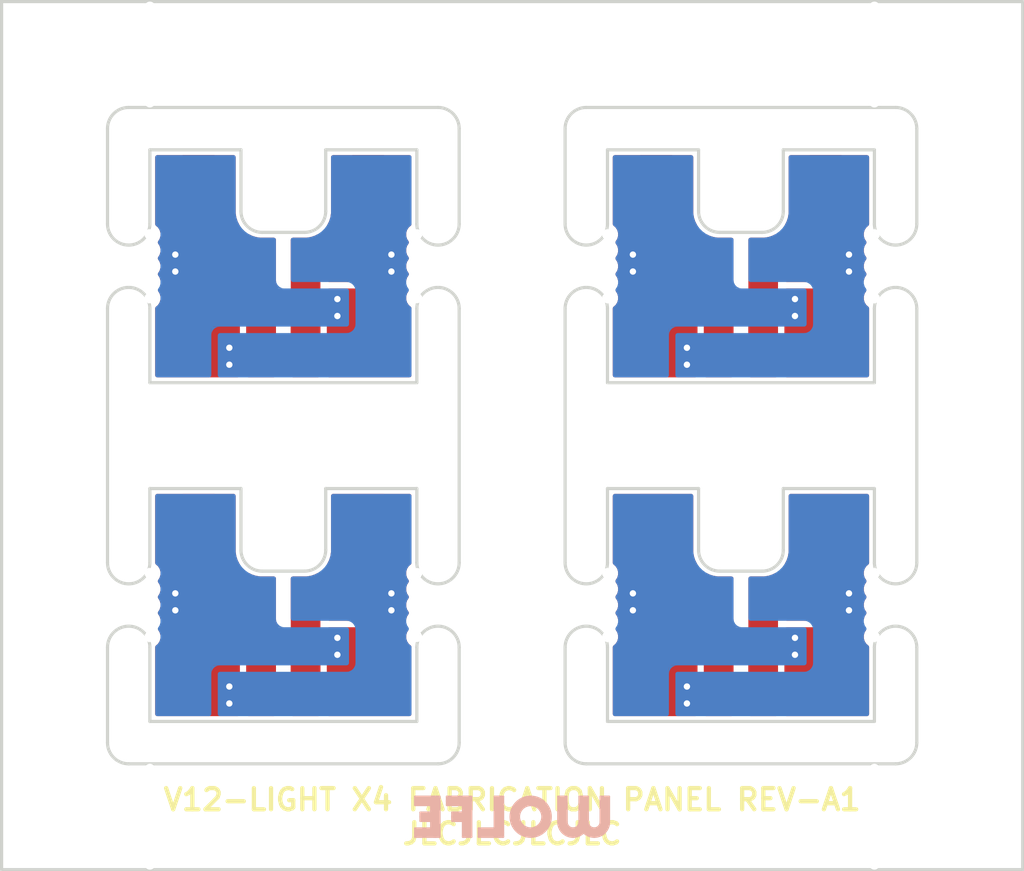
<source format=kicad_pcb>
(kicad_pcb (version 20221018) (generator pcbnew)
  (layers (0 "F.Cu" signal) (31 "B.Cu" signal) (34 "B.Paste" user) (35 "F.Paste" user) (36 "B.SilkS" user "B.Silkscreen") (37 "F.SilkS" user "F.Silkscreen") (38 "B.Mask" user) (39 "F.Mask" user) (44 "Edge.Cuts" user))
  (net 0 "")
  (net 1 "/PIN_A")
  (net 2 "Net-(D1-KA)")
  (net 3 "Net-(D2-AK)")
  (net 4 "/PIN_B")
  (footprint "Slonket_Footprints:R_1206" (layer "F.Cu") (at 145.55 68.35)
    (fp_text reference "R1" hide)
    (fp_text value "470" hide)
    (pad "1" smd rect (at -1.475 0) (size 1.15 1.8) (layers "F.Cu" "F.Paste" "F.Mask") (net 1 "/PIN_A"))
    (pad "2" smd rect (at 1.475 0) (size 1.15 1.8) (layers "F.Cu" "F.Paste" "F.Mask") (net 2 "Net-(D1-KA)"))
  )
  (footprint "Slonket_Footprints:J_Pad_1_Lego" (layer "F.Cu") (at 165.6 65 180)
    (fp_text reference "J1" hide)
    (fp_text value "PIN_A" hide)
    (pad "1" smd roundrect (at 0 0 180) (size 1.5 3.5) (layers "F.Cu" "F.Mask") (chamfer_ratio 0) (chamfer bottom_left bottom_right) (net 1 "/PIN_A"))
  )
  (footprint "Slonket_Mechanical:Mousebites_Tab_2mm_2mm" (layer "F.Cu") (at 162.300035 68.500038 90)
    (fp_text reference "REF**" hide)
    (fp_text value "Mousebites_Tab_2mm_2mm" hide)
    (fp_arc (start -2.000036 -1.000001) (mid -1.000018 -0.000002) (end -2.000036 0.999997) (stroke (width 0.15)) (layer "Edge.Cuts"))
    (fp_arc (start 2 0.999998) (mid 0.999982 0) (end 2 -1) (stroke (width 0.15)) (layer "Edge.Cuts"))
    (pad "" np_thru_hole circle locked (at -1.5 1 270) (size 0.5 0.5) (drill 0.5) (layers "F&B.Cu" "*.Mask"))
    (pad "" np_thru_hole circle locked (at -0.75 0.999998 270) (size 0.5 0.5) (drill 0.5) (layers "F&B.Cu" "*.Mask"))
    (pad "" np_thru_hole circle locked (at -0.000018 0.999998 90) (size 0.5 0.5) (drill 0.5) (layers "F&B.Cu" "*.Mask"))
    (pad "" np_thru_hole circle locked (at 0.75 0.999998 90) (size 0.5 0.5) (drill 0.5) (layers "F&B.Cu" "*.Mask"))
    (pad "" np_thru_hole circle locked (at 1.5 0.999998 90) (size 0.5 0.5) (drill 0.5) (layers "F&B.Cu" "*.Mask"))
  )
  (footprint "Slonket_Mechanical:Mousebites_Tab_2mm_2mm" (layer "F.Cu") (at 140.700036 84.500001 90)
    (fp_text reference "REF**" hide)
    (fp_text value "Mousebites_Tab_2mm_2mm" hide)
    (fp_arc (start -2.000036 -1.000001) (mid -1.000018 -0.000002) (end -2.000036 0.999997) (stroke (width 0.15)) (layer "Edge.Cuts"))
    (fp_arc (start 2 0.999998) (mid 0.999982 0) (end 2 -1) (stroke (width 0.15)) (layer "Edge.Cuts"))
    (pad "" np_thru_hole circle locked (at -1.5 1 270) (size 0.5 0.5) (drill 0.5) (layers "F&B.Cu" "*.Mask"))
    (pad "" np_thru_hole circle locked (at -0.75 0.999998 270) (size 0.5 0.5) (drill 0.5) (layers "F&B.Cu" "*.Mask"))
    (pad "" np_thru_hole circle locked (at -0.000018 0.999998 90) (size 0.5 0.5) (drill 0.5) (layers "F&B.Cu" "*.Mask"))
    (pad "" np_thru_hole circle locked (at 0.75 0.999998 90) (size 0.5 0.5) (drill 0.5) (layers "F&B.Cu" "*.Mask"))
    (pad "" np_thru_hole circle locked (at 1.5 0.999998 90) (size 0.5 0.5) (drill 0.5) (layers "F&B.Cu" "*.Mask"))
  )
  (footprint "Slonket_Footprints:R_1206" (layer "F.Cu") (at 167.15 84.35)
    (fp_text reference "R1" hide)
    (fp_text value "470" hide)
    (pad "1" smd rect (at -1.475 0) (size 1.15 1.8) (layers "F.Cu" "F.Paste" "F.Mask") (net 1 "/PIN_A"))
    (pad "2" smd rect (at 1.475 0) (size 1.15 1.8) (layers "F.Cu" "F.Paste" "F.Mask") (net 2 "Net-(D1-KA)"))
  )
  (footprint "Slonket_Footprints:D_LED_4040" (layer "F.Cu") (at 150.45 71.95 180)
    (fp_text reference "D2" hide)
    (fp_text value "RED-YEL" hide)
    (pad "1" smd rect (at -1.4 0.35 180) (size 1.4 3.7) (layers "F.Cu" "F.Paste" "F.Mask") (net 1 "/PIN_A"))
    (pad "2" smd rect (at 1.4 0.35 180) (size 1.4 3.7) (layers "F.Cu" "F.Paste" "F.Mask") (net 3 "Net-(D2-AK)"))
  )
  (footprint "Slonket_Footprints:R_1206" (layer "F.Cu") (at 150.45 68.35)
    (fp_text reference "R2" hide)
    (fp_text value "470" hide)
    (pad "1" smd rect (at -1.475 0) (size 1.15 1.8) (layers "F.Cu" "F.Paste" "F.Mask") (net 3 "Net-(D2-AK)"))
    (pad "2" smd rect (at 1.475 0) (size 1.15 1.8) (layers "F.Cu" "F.Paste" "F.Mask") (net 4 "/PIN_B"))
  )
  (footprint "Slonket_Footprints:J_Pad_1_Lego" (layer "F.Cu") (at 173.6 81 180)
    (fp_text reference "J2" hide)
    (fp_text value "PIN_B" hide)
    (pad "1" smd roundrect (at 0 0 180) (size 1.5 3.5) (layers "F.Cu" "F.Mask") (chamfer_ratio 0) (chamfer bottom_left bottom_right) (net 4 "/PIN_B"))
  )
  (footprint "Slonket_Mechanical:Mousebites_Break_5mm" (layer "F.Cu") (at 141.7 58.5 90)
    (fp_text reference "REF**" hide)
    (fp_text value "Mousebites_Break_5mm" hide)
    (pad "" np_thru_hole circle locked (at -2.25 0 90) (size 0.5 0.5) (drill 0.5) (layers "F&B.Cu" "*.Mask"))
    (pad "" np_thru_hole circle locked (at -1.5 0 90) (size 0.5 0.5) (drill 0.5) (layers "F&B.Cu" "*.Mask"))
    (pad "" np_thru_hole circle locked (at -0.75 0 90) (size 0.5 0.5) (drill 0.5) (layers "F&B.Cu" "*.Mask"))
    (pad "" np_thru_hole circle locked (at 0 0 90) (size 0.5 0.5) (drill 0.5) (layers "F&B.Cu" "*.Mask"))
    (pad "" np_thru_hole circle locked (at 0.75 0 90) (size 0.5 0.5) (drill 0.5) (layers "F&B.Cu" "*.Mask"))
    (pad "" np_thru_hole circle locked (at 1.5 0 90) (size 0.5 0.5) (drill 0.5) (layers "F&B.Cu" "*.Mask"))
    (pad "" np_thru_hole circle locked (at 2.25 0 90) (size 0.5 0.5) (drill 0.5) (layers "F&B.Cu" "*.Mask"))
  )
  (footprint "Slonket_Mechanical:Mousebites_Break_5mm" (layer "F.Cu") (at 141.7 94.5 90)
    (fp_text reference "REF**" hide)
    (fp_text value "Mousebites_Break_5mm" hide)
    (pad "" np_thru_hole circle locked (at -2.25 0 90) (size 0.5 0.5) (drill 0.5) (layers "F&B.Cu" "*.Mask"))
    (pad "" np_thru_hole circle locked (at -1.5 0 90) (size 0.5 0.5) (drill 0.5) (layers "F&B.Cu" "*.Mask"))
    (pad "" np_thru_hole circle locked (at -0.75 0 90) (size 0.5 0.5) (drill 0.5) (layers "F&B.Cu" "*.Mask"))
    (pad "" np_thru_hole circle locked (at 0 0 90) (size 0.5 0.5) (drill 0.5) (layers "F&B.Cu" "*.Mask"))
    (pad "" np_thru_hole circle locked (at 0.75 0 90) (size 0.5 0.5) (drill 0.5) (layers "F&B.Cu" "*.Mask"))
    (pad "" np_thru_hole circle locked (at 1.5 0 90) (size 0.5 0.5) (drill 0.5) (layers "F&B.Cu" "*.Mask"))
    (pad "" np_thru_hole circle locked (at 2.25 0 90) (size 0.5 0.5) (drill 0.5) (layers "F&B.Cu" "*.Mask"))
  )
  (footprint "Slonket_Mechanical:Mousebites_Break_5mm" (layer "F.Cu") (at 175.9 94.5 90)
    (fp_text reference "REF**" hide)
    (fp_text value "Mousebites_Break_5mm" hide)
    (pad "" np_thru_hole circle locked (at -2.25 0 90) (size 0.5 0.5) (drill 0.5) (layers "F&B.Cu" "*.Mask"))
    (pad "" np_thru_hole circle locked (at -1.5 0 90) (size 0.5 0.5) (drill 0.5) (layers "F&B.Cu" "*.Mask"))
    (pad "" np_thru_hole circle locked (at -0.75 0 90) (size 0.5 0.5) (drill 0.5) (layers "F&B.Cu" "*.Mask"))
    (pad "" np_thru_hole circle locked (at 0 0 90) (size 0.5 0.5) (drill 0.5) (layers "F&B.Cu" "*.Mask"))
    (pad "" np_thru_hole circle locked (at 0.75 0 90) (size 0.5 0.5) (drill 0.5) (layers "F&B.Cu" "*.Mask"))
    (pad "" np_thru_hole circle locked (at 1.5 0 90) (size 0.5 0.5) (drill 0.5) (layers "F&B.Cu" "*.Mask"))
    (pad "" np_thru_hole circle locked (at 2.25 0 90) (size 0.5 0.5) (drill 0.5) (layers "F&B.Cu" "*.Mask"))
  )
  (footprint "Slonket_Footprints:R_1206" (layer "F.Cu") (at 145.55 84.35)
    (fp_text reference "R1" hide)
    (fp_text value "470" hide)
    (pad "1" smd rect (at -1.475 0) (size 1.15 1.8) (layers "F.Cu" "F.Paste" "F.Mask") (net 1 "/PIN_A"))
    (pad "2" smd rect (at 1.475 0) (size 1.15 1.8) (layers "F.Cu" "F.Paste" "F.Mask") (net 2 "Net-(D1-KA)"))
  )
  (footprint "Slonket_Footprints:J_Pad_1_Lego" (layer "F.Cu") (at 173.6 65 180)
    (fp_text reference "J2" hide)
    (fp_text value "PIN_B" hide)
    (pad "1" smd roundrect (at 0 0 180) (size 1.5 3.5) (layers "F.Cu" "F.Mask") (chamfer_ratio 0) (chamfer bottom_left bottom_right) (net 4 "/PIN_B"))
  )
  (footprint "Slonket_Footprints:R_1206" (layer "F.Cu") (at 167.15 68.35)
    (fp_text reference "R1" hide)
    (fp_text value "470" hide)
    (pad "1" smd rect (at -1.475 0) (size 1.15 1.8) (layers "F.Cu" "F.Paste" "F.Mask") (net 1 "/PIN_A"))
    (pad "2" smd rect (at 1.475 0) (size 1.15 1.8) (layers "F.Cu" "F.Paste" "F.Mask") (net 2 "Net-(D1-KA)"))
  )
  (footprint "Slonket_Footprints:D_LED_4040" (layer "F.Cu") (at 145.55 87.95 180)
    (fp_text reference "D1" hide)
    (fp_text value "RED-YEL" hide)
    (pad "1" smd rect (at -1.4 0.35 180) (size 1.4 3.7) (layers "F.Cu" "F.Paste" "F.Mask") (net 2 "Net-(D1-KA)"))
    (pad "2" smd rect (at 1.4 0.35 180) (size 1.4 3.7) (layers "F.Cu" "F.Paste" "F.Mask") (net 4 "/PIN_B"))
  )
  (footprint "Slonket_Mechanical:Mousebites_Tab_2mm_2mm" (layer "F.Cu") (at 155.300036 68.500001 -90)
    (fp_text reference "REF**" hide)
    (fp_text value "Mousebites_Tab_2mm_2mm" hide)
    (fp_arc (start -2.000036 -1.000001) (mid -1.000018 -0.000002) (end -2.000036 0.999997) (stroke (width 0.15)) (layer "Edge.Cuts"))
    (fp_arc (start 2 0.999998) (mid 0.999982 0) (end 2 -1) (stroke (width 0.15)) (layer "Edge.Cuts"))
    (pad "" np_thru_hole circle locked (at -1.5 1 90) (size 0.5 0.5) (drill 0.5) (layers "F&B.Cu" "*.Mask"))
    (pad "" np_thru_hole circle locked (at -0.75 0.999998 90) (size 0.5 0.5) (drill 0.5) (layers "F&B.Cu" "*.Mask"))
    (pad "" np_thru_hole circle locked (at -0.000018 0.999998 270) (size 0.5 0.5) (drill 0.5) (layers "F&B.Cu" "*.Mask"))
    (pad "" np_thru_hole circle locked (at 0.75 0.999998 270) (size 0.5 0.5) (drill 0.5) (layers "F&B.Cu" "*.Mask"))
    (pad "" np_thru_hole circle locked (at 1.5 0.999998 270) (size 0.5 0.5) (drill 0.5) (layers "F&B.Cu" "*.Mask"))
  )
  (footprint "Slonket_Mechanical:Mousebites_Tab_2mm_2mm" (layer "F.Cu") (at 176.900035 68.500038 -90)
    (fp_text reference "REF**" hide)
    (fp_text value "Mousebites_Tab_2mm_2mm" hide)
    (fp_arc (start -2.000036 -1.000001) (mid -1.000018 -0.000002) (end -2.000036 0.999997) (stroke (width 0.15)) (layer "Edge.Cuts"))
    (fp_arc (start 2 0.999998) (mid 0.999982 0) (end 2 -1) (stroke (width 0.15)) (layer "Edge.Cuts"))
    (pad "" np_thru_hole circle locked (at -1.5 1 90) (size 0.5 0.5) (drill 0.5) (layers "F&B.Cu" "*.Mask"))
    (pad "" np_thru_hole circle locked (at -0.75 0.999998 90) (size 0.5 0.5) (drill 0.5) (layers "F&B.Cu" "*.Mask"))
    (pad "" np_thru_hole circle locked (at -0.000018 0.999998 270) (size 0.5 0.5) (drill 0.5) (layers "F&B.Cu" "*.Mask"))
    (pad "" np_thru_hole circle locked (at 0.75 0.999998 270) (size 0.5 0.5) (drill 0.5) (layers "F&B.Cu" "*.Mask"))
    (pad "" np_thru_hole circle locked (at 1.5 0.999998 270) (size 0.5 0.5) (drill 0.5) (layers "F&B.Cu" "*.Mask"))
  )
  (footprint "Slonket_Footprints:D_LED_4040" (layer "F.Cu") (at 150.45 87.95 180)
    (fp_text reference "D2" hide)
    (fp_text value "RED-YEL" hide)
    (pad "1" smd rect (at -1.4 0.35 180) (size 1.4 3.7) (layers "F.Cu" "F.Paste" "F.Mask") (net 1 "/PIN_A"))
    (pad "2" smd rect (at 1.4 0.35 180) (size 1.4 3.7) (layers "F.Cu" "F.Paste" "F.Mask") (net 3 "Net-(D2-AK)"))
  )
  (footprint "Slonket_Footprints:D_LED_4040" (layer "F.Cu") (at 145.55 71.95 180)
    (fp_text reference "D1" hide)
    (fp_text value "RED-YEL" hide)
    (pad "1" smd rect (at -1.4 0.35 180) (size 1.4 3.7) (layers "F.Cu" "F.Paste" "F.Mask") (net 2 "Net-(D1-KA)"))
    (pad "2" smd rect (at 1.4 0.35 180) (size 1.4 3.7) (layers "F.Cu" "F.Paste" "F.Mask") (net 4 "/PIN_B"))
  )
  (footprint "Slonket_Mechanical:Mousebites_Tab_2mm_2mm" (layer "F.Cu") (at 140.700036 68.500001 90)
    (fp_text reference "REF**" hide)
    (fp_text value "Mousebites_Tab_2mm_2mm" hide)
    (fp_arc (start -2.000036 -1.000001) (mid -1.000018 -0.000002) (end -2.000036 0.999997) (stroke (width 0.15)) (layer "Edge.Cuts"))
    (fp_arc (start 2 0.999998) (mid 0.999982 0) (end 2 -1) (stroke (width 0.15)) (layer "Edge.Cuts"))
    (pad "" np_thru_hole circle locked (at -1.5 1 270) (size 0.5 0.5) (drill 0.5) (layers "F&B.Cu" "*.Mask"))
    (pad "" np_thru_hole circle locked (at -0.75 0.999998 270) (size 0.5 0.5) (drill 0.5) (layers "F&B.Cu" "*.Mask"))
    (pad "" np_thru_hole circle locked (at -0.000018 0.999998 90) (size 0.5 0.5) (drill 0.5) (layers "F&B.Cu" "*.Mask"))
    (pad "" np_thru_hole circle locked (at 0.75 0.999998 90) (size 0.5 0.5) (drill 0.5) (layers "F&B.Cu" "*.Mask"))
    (pad "" np_thru_hole circle locked (at 1.5 0.999998 90) (size 0.5 0.5) (drill 0.5) (layers "F&B.Cu" "*.Mask"))
  )
  (footprint "Slonket_Mechanical:JLCPCB_Tooling_Hole" (layer "F.Cu") (at 180.4 94.5)
    (fp_text reference "REF**" hide)
    (fp_text value "JLCPCB_Tooling_Hole" hide)
    (pad "" np_thru_hole circle locked (at 0 0) (size 1.152 1.152) (drill 1.152) (layers "*.Cu" "*.Mask") (clearance 0.248))
  )
  (footprint "Slonket_Mechanical:Mousebites_Tab_2mm_2mm" (layer "F.Cu") (at 155.300036 84.500001 -90)
    (fp_text reference "REF**" hide)
    (fp_text value "Mousebites_Tab_2mm_2mm" hide)
    (fp_arc (start -2.000036 -1.000001) (mid -1.000018 -0.000002) (end -2.000036 0.999997) (stroke (width 0.15)) (layer "Edge.Cuts"))
    (fp_arc (start 2 0.999998) (mid 0.999982 0) (end 2 -1) (stroke (width 0.15)) (layer "Edge.Cuts"))
    (pad "" np_thru_hole circle locked (at -1.5 1 90) (size 0.5 0.5) (drill 0.5) (layers "F&B.Cu" "*.Mask"))
    (pad "" np_thru_hole circle locked (at -0.75 0.999998 90) (size 0.5 0.5) (drill 0.5) (layers "F&B.Cu" "*.Mask"))
    (pad "" np_thru_hole circle locked (at -0.000018 0.999998 270) (size 0.5 0.5) (drill 0.5) (layers "F&B.Cu" "*.Mask"))
    (pad "" np_thru_hole circle locked (at 0.75 0.999998 270) (size 0.5 0.5) (drill 0.5) (layers "F&B.Cu" "*.Mask"))
    (pad "" np_thru_hole circle locked (at 1.5 0.999998 270) (size 0.5 0.5) (drill 0.5) (layers "F&B.Cu" "*.Mask"))
  )
  (footprint "Slonket_Mechanical:JLCPCB_Tooling_Hole" (layer "F.Cu") (at 137.2 94.5)
    (fp_text reference "REF**" hide)
    (fp_text value "JLCPCB_Tooling_Hole" hide)
    (pad "" np_thru_hole circle locked (at 0 0) (size 1.152 1.152) (drill 1.152) (layers "*.Cu" "*.Mask") (clearance 0.248))
  )
  (footprint "Slonket_Footprints:J_Pad_1_Lego" (layer "F.Cu") (at 152 65 180)
    (fp_text reference "J2" hide)
    (fp_text value "PIN_B" hide)
    (pad "1" smd roundrect (at 0 0 180) (size 1.5 3.5) (layers "F.Cu" "F.Mask") (chamfer_ratio 0) (chamfer bottom_left bottom_right) (net 4 "/PIN_B"))
  )
  (footprint "Slonket_Footprints:J_Pad_1_Lego" (layer "F.Cu") (at 144 81 180)
    (fp_text reference "J1" hide)
    (fp_text value "PIN_A" hide)
    (pad "1" smd roundrect (at 0 0 180) (size 1.5 3.5) (layers "F.Cu" "F.Mask") (chamfer_ratio 0) (chamfer bottom_left bottom_right) (net 1 "/PIN_A"))
  )
  (footprint "Slonket_Mechanical:Mousebites_Tab_2mm_2mm" (layer "F.Cu") (at 176.9 84.5 -90)
    (fp_text reference "REF**" hide)
    (fp_text value "Mousebites_Tab_2mm_2mm" hide)
    (fp_arc (start -2.000036 -1.000001) (mid -1.000018 -0.000002) (end -2.000036 0.999997) (stroke (width 0.15)) (layer "Edge.Cuts"))
    (fp_arc (start 2 0.999998) (mid 0.999982 0) (end 2 -1) (stroke (width 0.15)) (layer "Edge.Cuts"))
    (pad "" np_thru_hole circle locked (at -1.5 1 90) (size 0.5 0.5) (drill 0.5) (layers "F&B.Cu" "*.Mask"))
    (pad "" np_thru_hole circle locked (at -0.75 0.999998 90) (size 0.5 0.5) (drill 0.5) (layers "F&B.Cu" "*.Mask"))
    (pad "" np_thru_hole circle locked (at -0.000018 0.999998 270) (size 0.5 0.5) (drill 0.5) (layers "F&B.Cu" "*.Mask"))
    (pad "" np_thru_hole circle locked (at 0.75 0.999998 270) (size 0.5 0.5) (drill 0.5) (layers "F&B.Cu" "*.Mask"))
    (pad "" np_thru_hole circle locked (at 1.5 0.999998 270) (size 0.5 0.5) (drill 0.5) (layers "F&B.Cu" "*.Mask"))
  )
  (footprint "Slonket_Mechanical:Mousebites_Break_5mm" (layer "F.Cu") (at 175.9 58.5 90)
    (fp_text reference "REF**" hide)
    (fp_text value "Mousebites_Break_5mm" hide)
    (pad "" np_thru_hole circle locked (at -2.25 0 90) (size 0.5 0.5) (drill 0.5) (layers "F&B.Cu" "*.Mask"))
    (pad "" np_thru_hole circle locked (at -1.5 0 90) (size 0.5 0.5) (drill 0.5) (layers "F&B.Cu" "*.Mask"))
    (pad "" np_thru_hole circle locked (at -0.75 0 90) (size 0.5 0.5) (drill 0.5) (layers "F&B.Cu" "*.Mask"))
    (pad "" np_thru_hole circle locked (at 0 0 90) (size 0.5 0.5) (drill 0.5) (layers "F&B.Cu" "*.Mask"))
    (pad "" np_thru_hole circle locked (at 0.75 0 90) (size 0.5 0.5) (drill 0.5) (layers "F&B.Cu" "*.Mask"))
    (pad "" np_thru_hole circle locked (at 1.5 0 90) (size 0.5 0.5) (drill 0.5) (layers "F&B.Cu" "*.Mask"))
    (pad "" np_thru_hole circle locked (at 2.25 0 90) (size 0.5 0.5) (drill 0.5) (layers "F&B.Cu" "*.Mask"))
  )
  (footprint "Slonket_Footprints:D_LED_4040" (layer "F.Cu") (at 172.05 87.95 180)
    (fp_text reference "D2" hide)
    (fp_text value "RED-YEL" hide)
    (pad "1" smd rect (at -1.4 0.35 180) (size 1.4 3.7) (layers "F.Cu" "F.Paste" "F.Mask") (net 1 "/PIN_A"))
    (pad "2" smd rect (at 1.4 0.35 180) (size 1.4 3.7) (layers "F.Cu" "F.Paste" "F.Mask") (net 3 "Net-(D2-AK)"))
  )
  (footprint "Slonket_Footprints:J_Pad_1_Lego" (layer "F.Cu") (at 152 81 180)
    (fp_text reference "J2" hide)
    (fp_text value "PIN_B" hide)
    (pad "1" smd roundrect (at 0 0 180) (size 1.5 3.5) (layers "F.Cu" "F.Mask") (chamfer_ratio 0) (chamfer bottom_left bottom_right) (net 4 "/PIN_B"))
  )
  (footprint "Slonket_Mechanical:JLCPCB_Tooling_Hole" (layer "F.Cu") (at 158.8 58.5)
    (fp_text reference "REF**" hide)
    (fp_text value "JLCPCB_Tooling_Hole" hide)
    (pad "" np_thru_hole circle locked (at 0 0) (size 1.152 1.152) (drill 1.152) (layers "*.Cu" "*.Mask") (clearance 0.248))
  )
  (footprint "Slonket_Footprints:D_LED_4040" (layer "F.Cu") (at 167.15 71.95 180)
    (fp_text reference "D1" hide)
    (fp_text value "RED-YEL" hide)
    (pad "1" smd rect (at -1.4 0.35 180) (size 1.4 3.7) (layers "F.Cu" "F.Paste" "F.Mask") (net 2 "Net-(D1-KA)"))
    (pad "2" smd rect (at 1.4 0.35 180) (size 1.4 3.7) (layers "F.Cu" "F.Paste" "F.Mask") (net 4 "/PIN_B"))
  )
  (footprint "Slonket_Footprints:J_Pad_1_Lego" (layer "F.Cu") (at 144 65 180)
    (fp_text reference "J1" hide)
    (fp_text value "PIN_A" hide)
    (pad "1" smd roundrect (at 0 0 180) (size 1.5 3.5) (layers "F.Cu" "F.Mask") (chamfer_ratio 0) (chamfer bottom_left bottom_right) (net 1 "/PIN_A"))
  )
  (footprint "Slonket_Footprints:R_1206" (layer "F.Cu") (at 172.05 68.35)
    (fp_text reference "R2" hide)
    (fp_text value "470" hide)
    (pad "1" smd rect (at -1.475 0) (size 1.15 1.8) (layers "F.Cu" "F.Paste" "F.Mask") (net 3 "Net-(D2-AK)"))
    (pad "2" smd rect (at 1.475 0) (size 1.15 1.8) (layers "F.Cu" "F.Paste" "F.Mask") (net 4 "/PIN_B"))
  )
  (footprint "Slonket_Footprints:J_Pad_1_Lego" (layer "F.Cu") (at 165.6 81 180)
    (fp_text reference "J1" hide)
    (fp_text value "PIN_A" hide)
    (pad "1" smd roundrect (at 0 0 180) (size 1.5 3.5) (layers "F.Cu" "F.Mask") (chamfer_ratio 0) (chamfer bottom_left bottom_right) (net 1 "/PIN_A"))
  )
  (footprint "Slonket_Footprints:D_LED_4040" (layer "F.Cu") (at 167.15 87.95 180)
    (fp_text reference "D1" hide)
    (fp_text value "RED-YEL" hide)
    (pad "1" smd rect (at -1.4 0.35 180) (size 1.4 3.7) (layers "F.Cu" "F.Paste" "F.Mask") (net 2 "Net-(D1-KA)"))
    (pad "2" smd rect (at 1.4 0.35 180) (size 1.4 3.7) (layers "F.Cu" "F.Paste" "F.Mask") (net 4 "/PIN_B"))
  )
  (footprint "Slonket_Footprints:R_1206" (layer "F.Cu") (at 172.05 84.35)
    (fp_text reference "R2" hide)
    (fp_text value "470" hide)
    (pad "1" smd rect (at -1.475 0) (size 1.15 1.8) (layers "F.Cu" "F.Paste" "F.Mask") (net 3 "Net-(D2-AK)"))
    (pad "2" smd rect (at 1.475 0) (size 1.15 1.8) (layers "F.Cu" "F.Paste" "F.Mask") (net 4 "/PIN_B"))
  )
  (footprint "Slonket_Footprints:R_1206" (layer "F.Cu") (at 150.45 84.35)
    (fp_text reference "R2" hide)
    (fp_text value "470" hide)
    (pad "1" smd rect (at -1.475 0) (size 1.15 1.8) (layers "F.Cu" "F.Paste" "F.Mask") (net 3 "Net-(D2-AK)"))
    (pad "2" smd rect (at 1.475 0) (size 1.15 1.8) (layers "F.Cu" "F.Paste" "F.Mask") (net 4 "/PIN_B"))
  )
  (footprint "Slonket_Mechanical:Mousebites_Tab_2mm_2mm" (layer "F.Cu") (at 162.3 84.5 90)
    (fp_text reference "REF**" hide)
    (fp_text value "Mousebites_Tab_2mm_2mm" hide)
    (fp_arc (start -2.000036 -1.000001) (mid -1.000018 -0.000002) (end -2.000036 0.999997) (stroke (width 0.15)) (layer "Edge.Cuts"))
    (fp_arc (start 2 0.999998) (mid 0.999982 0) (end 2 -1) (stroke (width 0.15)) (layer "Edge.Cuts"))
    (pad "" np_thru_hole circle locked (at -1.5 1 270) (size 0.5 0.5) (drill 0.5) (layers "F&B.Cu" "*.Mask"))
    (pad "" np_thru_hole circle locked (at -0.75 0.999998 270) (size 0.5 0.5) (drill 0.5) (layers "F&B.Cu" "*.Mask"))
    (pad "" np_thru_hole circle locked (at -0.000018 0.999998 90) (size 0.5 0.5) (drill 0.5) (layers "F&B.Cu" "*.Mask"))
    (pad "" np_thru_hole circle locked (at 0.75 0.999998 90) (size 0.5 0.5) (drill 0.5) (layers "F&B.Cu" "*.Mask"))
    (pad "" np_thru_hole circle locked (at 1.5 0.999998 90) (size 0.5 0.5) (drill 0.5) (layers "F&B.Cu" "*.Mask"))
  )
  (footprint "Slonket_Footprints:D_LED_4040" (layer "F.Cu") (at 172.05 71.95 180)
    (fp_text reference "D2" hide)
    (fp_text value "RED-YEL" hide)
    (pad "1" smd rect (at -1.4 0.35 180) (size 1.4 3.7) (layers "F.Cu" "F.Paste" "F.Mask") (net 1 "/PIN_A"))
    (pad "2" smd rect (at 1.4 0.35 180) (size 1.4 3.7) (layers "F.Cu" "F.Paste" "F.Mask") (net 3 "Net-(D2-AK)"))
  )
  (footprint "Slonket_Footprints:Logo_WOLFE_2mm" (layer "B.Cu") (at 158.8 94.5 180)
    (fp_text reference "REF**" hide)
    (fp_text value "Logo_WOLFE_2mm" hide)
  )
  (gr_line locked (start 171.600035 65.900038) (end 171.600035 63.000038) (stroke (width 0.15)) (layer "Edge.Cuts"))
  (gr_arc locked (start 176.900035 61.000038) (mid 177.607142 61.292931) (end 177.900035 62.000038) (stroke (width 0.15)) (layer "Edge.Cuts"))
  (gr_line locked (start 163.300035 74.000038) (end 163.300032 70.500074) (stroke (width 0.15)) (layer "Edge.Cuts"))
  (gr_line locked (start 154.300036 63.000001) (end 150.000036 63.000001) (stroke (width 0.15)) (layer "Edge.Cuts"))
  (gr_line locked (start 141.700036 63.000001) (end 146.000036 63.000001) (stroke (width 0.15)) (layer "Edge.Cuts"))
  (gr_line locked (start 139.700036 66.500001) (end 139.700036 62.000001) (stroke (width 0.15)) (layer "Edge.Cuts"))
  (gr_line locked (start 161.299999 86.500036) (end 161.3 91) (stroke (width 0.15)) (layer "Edge.Cuts"))
  (gr_line locked (start 139.700035 86.500037) (end 139.700036 91.000001) (stroke (width 0.15)) (layer "Edge.Cuts"))
  (gr_line locked (start 156.300037 66.499965) (end 156.300036 62.000001) (stroke (width 0.15)) (layer "Edge.Cuts"))
  (gr_line locked (start 161.300035 66.500038) (end 161.300035 62.000038) (stroke (width 0.15)) (layer "Edge.Cuts"))
  (gr_line locked (start 163.300035 74.000038) (end 175.900035 74.000038) (stroke (width 0.15)) (layer "Edge.Cuts"))
  (gr_line locked (start 163.300035 63.000038) (end 163.300033 66.500038) (stroke (width 0.15)) (layer "Edge.Cuts"))
  (gr_line locked (start 146.000036 79.000001) (end 146.000036 81.900001) (stroke (width 0.15)) (layer "Edge.Cuts"))
  (gr_line locked (start 162.300035 61.000038) (end 176.900035 61.000038) (stroke (width 0.15)) (layer "Edge.Cuts"))
  (gr_line locked (start 175.9 90) (end 175.900002 86.5) (stroke (width 0.15)) (layer "Edge.Cuts"))
  (gr_line locked (start 156.300036 86.500001) (end 156.300036 91.000002) (stroke (width 0.15)) (layer "Edge.Cuts"))
  (gr_line locked (start 175.900035 74.000038) (end 175.900037 70.500038) (stroke (width 0.15)) (layer "Edge.Cuts"))
  (gr_line locked (start 139.700035 70.500037) (end 139.700036 82.500001) (stroke (width 0.15)) (layer "Edge.Cuts"))
  (gr_line locked (start 154.300039 66.499965) (end 154.300036 63.000001) (stroke (width 0.15)) (layer "Edge.Cuts"))
  (gr_line locked (start 141.700036 63.000001) (end 141.700034 66.500001) (stroke (width 0.15)) (layer "Edge.Cuts"))
  (gr_line locked (start 167.600035 63.000038) (end 167.600035 65.900038) (stroke (width 0.15)) (layer "Edge.Cuts"))
  (gr_line locked (start 154.300039 82.499965) (end 154.300036 79.000001) (stroke (width 0.15)) (layer "Edge.Cuts"))
  (gr_line locked (start 168.6 82.9) (end 170.6 82.9) (stroke (width 0.15)) (layer "Edge.Cuts"))
  (gr_arc locked (start 171.600035 65.900038) (mid 171.307142 66.607144) (end 170.600035 66.900038) (stroke (width 0.15)) (layer "Edge.Cuts"))
  (gr_line locked (start 150.000036 81.900001) (end 150.000036 79.000001) (stroke (width 0.15)) (layer "Edge.Cuts"))
  (gr_line locked (start 163.3 90) (end 163.299997 86.500036) (stroke (width 0.15)) (layer "Edge.Cuts"))
  (gr_line locked (start 175.900035 63.000038) (end 171.600035 63.000038) (stroke (width 0.15)) (layer "Edge.Cuts"))
  (gr_line locked (start 163.3 79) (end 167.6 79) (stroke (width 0.15)) (layer "Edge.Cuts"))
  (gr_line locked (start 176.9 92) (end 162.3 92) (stroke (width 0.15)) (layer "Edge.Cuts"))
  (gr_arc locked (start 140.700036 92.000001) (mid 139.992929 91.707108) (end 139.700036 91.000001) (stroke (width 0.15)) (layer "Edge.Cuts"))
  (gr_line locked (start 141.700036 74.000001) (end 154.300036 74.000001) (stroke (width 0.15)) (layer "Edge.Cuts"))
  (gr_line locked (start 141.700036 74.000001) (end 141.700033 70.500037) (stroke (width 0.15)) (layer "Edge.Cuts"))
  (gr_arc locked (start 168.600035 66.900038) (mid 167.892929 66.607145) (end 167.600035 65.900038) (stroke (width 0.15)) (layer "Edge.Cuts"))
  (gr_line locked (start 168.600035 66.900038) (end 170.600035 66.900038) (stroke (width 0.15)) (layer "Edge.Cuts"))
  (gr_arc locked (start 156.300036 91.000002) (mid 156.007142 91.707108) (end 155.300036 92.000001) (stroke (width 0.15)) (layer "Edge.Cuts"))
  (gr_arc locked (start 168.6 82.9) (mid 167.892894 82.607107) (end 167.6 81.9) (stroke (width 0.15)) (layer "Edge.Cuts"))
  (gr_arc locked (start 161.300035 62.000038) (mid 161.592928 61.292931) (end 162.300035 61.000038) (stroke (width 0.15)) (layer "Edge.Cuts"))
  (gr_line locked (start 175.900038 66.500002) (end 175.900035 63.000038) (stroke (width 0.15)) (layer "Edge.Cuts"))
  (gr_arc locked (start 147.000036 82.900001) (mid 146.29293 82.607108) (end 146.000036 81.900001) (stroke (width 0.15)) (layer "Edge.Cuts"))
  (gr_line locked (start 155.300036 92.000001) (end 140.700036 92.000001) (stroke (width 0.15)) (layer "Edge.Cuts"))
  (gr_arc locked (start 171.6 81.9) (mid 171.307107 82.607106) (end 170.6 82.9) (stroke (width 0.15)) (layer "Edge.Cuts"))
  (gr_line locked (start 154.300036 90.000001) (end 154.300038 86.500001) (stroke (width 0.15)) (layer "Edge.Cuts"))
  (gr_line locked (start 177.900036 66.500002) (end 177.900035 62.000038) (stroke (width 0.15)) (layer "Edge.Cuts"))
  (gr_line locked (start 177.900035 70.500038) (end 177.900001 82.499964) (stroke (width 0.15)) (layer "Edge.Cuts"))
  (gr_line locked (start 163.3 90) (end 175.9 90) (stroke (width 0.15)) (layer "Edge.Cuts"))
  (gr_line locked (start 175.900003 82.499964) (end 175.9 79) (stroke (width 0.15)) (layer "Edge.Cuts"))
  (gr_line locked (start 154.300036 79.000001) (end 150.000036 79.000001) (stroke (width 0.15)) (layer "Edge.Cuts"))
  (gr_arc locked (start 155.300036 61.000001) (mid 156.007143 61.292894) (end 156.300036 62.000001) (stroke (width 0.15)) (layer "Edge.Cuts"))
  (gr_line locked (start 161.3 82.5) (end 161.300034 70.500074) (stroke (width 0.15)) (layer "Edge.Cuts"))
  (gr_arc locked (start 177.9 91.000001) (mid 177.607106 91.707107) (end 176.9 92) (stroke (width 0.15)) (layer "Edge.Cuts"))
  (gr_line locked (start 156.300036 70.500001) (end 156.300037 82.499965) (stroke (width 0.15)) (layer "Edge.Cuts"))
  (gr_line locked (start 171.6 81.9) (end 171.6 79) (stroke (width 0.15)) (layer "Edge.Cuts"))
  (gr_rect locked (start 134.7 56) (end 182.9 97) (stroke (width 0.15)) (fill none) (layer "Edge.Cuts"))
  (gr_line locked (start 177.9 86.5) (end 177.9 91.000001) (stroke (width 0.15)) (layer "Edge.Cuts"))
  (gr_arc locked (start 139.700036 62.000001) (mid 139.992929 61.292894) (end 140.700036 61.000001) (stroke (width 0.15)) (layer "Edge.Cuts"))
  (gr_arc locked (start 147.000036 66.900001) (mid 146.29293 66.607108) (end 146.000036 65.900001) (stroke (width 0.15)) (layer "Edge.Cuts"))
  (gr_line locked (start 140.700036 61.000001) (end 155.300036 61.000001) (stroke (width 0.15)) (layer "Edge.Cuts"))
  (gr_line locked (start 147.000036 66.900001) (end 149.000036 66.900001) (stroke (width 0.15)) (layer "Edge.Cuts"))
  (gr_line locked (start 141.700036 79.000001) (end 141.700034 82.500001) (stroke (width 0.15)) (layer "Edge.Cuts"))
  (gr_line locked (start 163.300035 63.000038) (end 167.600035 63.000038) (stroke (width 0.15)) (layer "Edge.Cuts"))
  (gr_arc locked (start 162.3 92) (mid 161.592893 91.707107) (end 161.3 91) (stroke (width 0.15)) (layer "Edge.Cuts"))
  (gr_line locked (start 154.300036 74.000001) (end 154.300038 70.500001) (stroke (width 0.15)) (layer "Edge.Cuts"))
  (gr_line locked (start 141.700036 79.000001) (end 146.000036 79.000001) (stroke (width 0.15)) (layer "Edge.Cuts"))
  (gr_line locked (start 150.000036 65.900001) (end 150.000036 63.000001) (stroke (width 0.15)) (layer "Edge.Cuts"))
  (gr_line locked (start 141.700036 90.000001) (end 141.700033 86.500037) (stroke (width 0.15)) (layer "Edge.Cuts"))
  (gr_line locked (start 147.000036 82.900001) (end 149.000036 82.900001) (stroke (width 0.15)) (layer "Edge.Cuts"))
  (gr_line locked (start 163.3 79) (end 163.299998 82.5) (stroke (width 0.15)) (layer "Edge.Cuts"))
  (gr_line locked (start 167.6 79) (end 167.6 81.9) (stroke (width 0.15)) (layer "Edge.Cuts"))
  (gr_arc locked (start 150.000036 81.900001) (mid 149.707143 82.607107) (end 149.000036 82.900001) (stroke (width 0.15)) (layer "Edge.Cuts"))
  (gr_line locked (start 175.9 79) (end 171.6 79) (stroke (width 0.15)) (layer "Edge.Cuts"))
  (gr_line locked (start 141.700036 90.000001) (end 154.300036 90.000001) (stroke (width 0.15)) (layer "Edge.Cuts"))
  (gr_arc locked (start 150.000036 65.900001) (mid 149.707143 66.607107) (end 149.000036 66.900001) (stroke (width 0.15)) (layer "Edge.Cuts"))
  (gr_line locked (start 146.000036 63.000001) (end 146.000036 65.900001) (stroke (width 0.15)) (layer "Edge.Cuts"))
  (gr_text locked "V12-LIGHT X4 FABRICATION PANEL REV-A1\nJLCJLCJLCJLC" (at 158.8 94.5) (layer "F.SilkS") (effects (font (size 1 1) (thickness 0.2))))
  (via (at 142.9 68.75) (size 0.6) (drill 0.3) (layers "F.Cu" "B.Cu") (net 1))
  (via (at 164.5 84.75) (size 0.6) (drill 0.3) (layers "F.Cu" "B.Cu") (net 1))
  (via (at 142.9 84.75) (size 0.6) (drill 0.3) (layers "F.Cu" "B.Cu") (net 1))
  (via (at 172.15 86.05) (size 0.6) (drill 0.3) (layers "F.Cu" "B.Cu") (net 1))
  (via (at 164.5 68.75) (size 0.6) (drill 0.3) (layers "F.Cu" "B.Cu") (net 1))
  (via (at 142.9 83.95) (size 0.6) (drill 0.3) (layers "F.Cu" "B.Cu") (net 1))
  (via (at 142.9 67.95) (size 0.6) (drill 0.3) (layers "F.Cu" "B.Cu") (net 1))
  (via (at 172.15 70.05) (size 0.6) (drill 0.3) (layers "F.Cu" "B.Cu") (net 1))
  (via (at 150.55 70.05) (size 0.6) (drill 0.3) (layers "F.Cu" "B.Cu") (net 1))
  (via (at 172.15 86.85) (size 0.6) (drill 0.3) (layers "F.Cu" "B.Cu") (net 1))
  (via (at 150.55 86.85) (size 0.6) (drill 0.3) (layers "F.Cu" "B.Cu") (net 1))
  (via (at 150.55 86.05) (size 0.6) (drill 0.3) (layers "F.Cu" "B.Cu") (net 1))
  (via (at 164.5 67.95) (size 0.6) (drill 0.3) (layers "F.Cu" "B.Cu") (net 1))
  (via (at 150.55 70.85) (size 0.6) (drill 0.3) (layers "F.Cu" "B.Cu") (net 1))
  (via (at 172.15 70.85) (size 0.6) (drill 0.3) (layers "F.Cu" "B.Cu") (net 1))
  (via (at 164.5 83.95) (size 0.6) (drill 0.3) (layers "F.Cu" "B.Cu") (net 1))
  (via (at 167.05 88.35) (size 0.6) (drill 0.3) (layers "F.Cu" "B.Cu") (net 4))
  (via (at 153.1 83.95) (size 0.6) (drill 0.3) (layers "F.Cu" "B.Cu") (net 4))
  (via (at 145.45 89.15) (size 0.6) (drill 0.3) (layers "F.Cu" "B.Cu") (net 4))
  (via (at 174.7 83.95) (size 0.6) (drill 0.3) (layers "F.Cu" "B.Cu") (net 4))
  (via (at 167.05 72.35) (size 0.6) (drill 0.3) (layers "F.Cu" "B.Cu") (net 4))
  (via (at 153.1 68.75) (size 0.6) (drill 0.3) (layers "F.Cu" "B.Cu") (net 4))
  (via (at 145.45 73.15) (size 0.6) (drill 0.3) (layers "F.Cu" "B.Cu") (net 4))
  (via (at 174.7 84.75) (size 0.6) (drill 0.3) (layers "F.Cu" "B.Cu") (net 4))
  (via (at 145.45 88.35) (size 0.6) (drill 0.3) (layers "F.Cu" "B.Cu") (net 4))
  (via (at 174.7 67.95) (size 0.6) (drill 0.3) (layers "F.Cu" "B.Cu") (net 4))
  (via (at 153.1 67.95) (size 0.6) (drill 0.3) (layers "F.Cu" "B.Cu") (net 4))
  (via (at 174.7 68.75) (size 0.6) (drill 0.3) (layers "F.Cu" "B.Cu") (net 4))
  (via (at 145.45 72.35) (size 0.6) (drill 0.3) (layers "F.Cu" "B.Cu") (net 4))
  (via (at 167.05 89.15) (size 0.6) (drill 0.3) (layers "F.Cu" "B.Cu") (net 4))
  (via (at 167.05 73.15) (size 0.6) (drill 0.3) (layers "F.Cu" "B.Cu") (net 4))
  (via (at 153.1 84.75) (size 0.6) (drill 0.3) (layers "F.Cu" "B.Cu") (net 4))
  (zone (net 3) (net_name "Net-(D2-AK)") (layer "F.Cu") (priority 2) (connect_pads yes (clearance 0.2)) (min_thickness 0.2) (fill yes (thermal_gap 0.5) (thermal_bridge_width 0.5) (smoothing fillet) (radius 0.1))
    (polygon (pts (xy 148.35 74) (xy 148.35 66.9) (xy 149.75 66.9) (xy 149.75 74)))
  )
  (zone (net 4) (net_name "/PIN_B") (layer "F.Cu") (priority 2) (connect_pads yes (clearance 0.2)) (min_thickness 0.2) (fill yes (thermal_gap 0.5) (thermal_bridge_width 0.5) (smoothing fillet) (radius 0.1))
    (polygon (pts (xy 141.7 74) (xy 145.95 74) (xy 145.95 69.55) (xy 141.7 69.55)))
  )
  (zone (net 1) (net_name "/PIN_A") (layer "F.Cu") (priority 2) (connect_pads yes (clearance 0.2)) (min_thickness 0.2) (fill yes (thermal_gap 0.5) (thermal_bridge_width 0.5) (smoothing fillet) (radius 0.1))
    (polygon (pts (xy 150.05 90) (xy 154.3 90) (xy 154.3 85.55) (xy 150.05 85.55)))
  )
  (zone (net 2) (net_name "Net-(D1-KA)") (layer "F.Cu") (priority 2) (connect_pads yes (clearance 0.2)) (min_thickness 0.2) (fill yes (thermal_gap 0.5) (thermal_bridge_width 0.5) (smoothing fillet) (radius 0.1))
    (polygon (pts (xy 169.25 74) (xy 169.25 66.9) (xy 167.85 66.9) (xy 167.85 69.55) (xy 167.85 74)))
  )
  (zone (net 1) (net_name "/PIN_A") (layer "F.Cu") (priority 1) (connect_pads yes (clearance 0.2)) (min_thickness 0.2) (fill yes (thermal_gap 0.5) (thermal_bridge_width 0.5) (smoothing fillet) (radius 0.1))
    (polygon (pts (xy 163.3 63) (xy 167.6 63) (xy 167.6 65.9) (xy 168.6 66.9) (xy 169.25 66.9) (xy 169.25 69.25) (xy 163.3 69.25)))
  )
  (zone (net 1) (net_name "/PIN_A") (layer "F.Cu") (priority 2) (connect_pads yes (clearance 0.2)) (min_thickness 0.2) (fill yes (thermal_gap 0.5) (thermal_bridge_width 0.5) (smoothing fillet) (radius 0.1))
    (polygon (pts (xy 171.65 90) (xy 175.9 90) (xy 175.9 85.55) (xy 171.65 85.55)))
  )
  (zone (net 0) (net_name "") (layer "F.Cu") (connect_pads yes (clearance 0)) (min_thickness 0.2)
    (keepout (tracks allowed) (vias allowed) (pads allowed) (copperpour not_allowed) (footprints allowed))
    (fill (thermal_gap 0.5) (thermal_bridge_width 0.5))
    (polygon (pts (xy 145.95 85.55) (xy 146.25 85.55) (xy 146.25 82.45) (xy 145.95 82.45)))
  )
  (zone (net 2) (net_name "Net-(D1-KA)") (layer "F.Cu") (priority 2) (connect_pads yes (clearance 0.2)) (min_thickness 0.2) (fill yes (thermal_gap 0.5) (thermal_bridge_width 0.5) (smoothing fillet) (radius 0.1))
    (polygon (pts (xy 147.65 90) (xy 147.65 82.9) (xy 146.25 82.9) (xy 146.25 85.55) (xy 146.25 90)))
  )
  (zone (net 0) (net_name "") (layer "F.Cu") (connect_pads yes (clearance 0)) (min_thickness 0.2)
    (keepout (tracks allowed) (vias allowed) (pads allowed) (copperpour not_allowed) (footprints allowed))
    (fill (thermal_gap 0.5) (thermal_bridge_width 0.5))
    (polygon (pts (xy 167.55 85.55) (xy 167.85 85.55) (xy 167.85 82.45) (xy 167.55 82.45)))
  )
  (zone (net 4) (net_name "/PIN_B") (layer "F.Cu") (priority 1) (connect_pads yes (clearance 0.2)) (min_thickness 0.2) (fill yes (thermal_gap 0.5) (thermal_bridge_width 0.5) (smoothing fillet) (radius 0.1))
    (polygon (pts (xy 175.9 79) (xy 171.6 79) (xy 171.6 81.9) (xy 170.6 82.9) (xy 169.95 82.9) (xy 169.95 85.25) (xy 175.9 85.25)))
  )
  (zone (net 4) (net_name "/PIN_B") (layer "F.Cu") (priority 1) (connect_pads yes (clearance 0.2)) (min_thickness 0.2) (fill yes (thermal_gap 0.5) (thermal_bridge_width 0.5) (smoothing fillet) (radius 0.1))
    (polygon (pts (xy 154.3 79) (xy 150 79) (xy 150 81.9) (xy 149 82.9) (xy 148.35 82.9) (xy 148.35 85.25) (xy 154.3 85.25)))
  )
  (zone (net 0) (net_name "") (layer "F.Cu") (connect_pads yes (clearance 0)) (min_thickness 0.2)
    (keepout (tracks allowed) (vias allowed) (pads allowed) (copperpour not_allowed) (footprints allowed))
    (fill (thermal_gap 0.5) (thermal_bridge_width 0.5))
    (polygon (pts (xy 145.95 69.55) (xy 146.25 69.55) (xy 146.25 66.45) (xy 145.95 66.45)))
  )
  (zone (net 1) (net_name "/PIN_A") (layer "F.Cu") (priority 2) (connect_pads yes (clearance 0.2)) (min_thickness 0.2) (fill yes (thermal_gap 0.5) (thermal_bridge_width 0.5) (smoothing fillet) (radius 0.1))
    (polygon (pts (xy 150.05 74) (xy 154.3 74) (xy 154.3 69.55) (xy 150.05 69.55)))
  )
  (zone (net 1) (net_name "/PIN_A") (layer "F.Cu") (priority 1) (connect_pads yes (clearance 0.2)) (min_thickness 0.2) (fill yes (thermal_gap 0.5) (thermal_bridge_width 0.5) (smoothing fillet) (radius 0.1))
    (polygon (pts (xy 141.7 63) (xy 146 63) (xy 146 65.9) (xy 147 66.9) (xy 147.65 66.9) (xy 147.65 69.25) (xy 141.7 69.25)))
  )
  (zone (net 1) (net_name "/PIN_A") (layer "F.Cu") (priority 1) (connect_pads yes (clearance 0.2)) (min_thickness 0.2) (fill yes (thermal_gap 0.5) (thermal_bridge_width 0.5) (smoothing fillet) (radius 0.1))
    (polygon (pts (xy 163.3 79) (xy 167.6 79) (xy 167.6 81.9) (xy 168.6 82.9) (xy 169.25 82.9) (xy 169.25 85.25) (xy 163.3 85.25)))
  )
  (zone (net 1) (net_name "/PIN_A") (layer "F.Cu") (priority 2) (connect_pads yes (clearance 0.2)) (min_thickness 0.2) (fill yes (thermal_gap 0.5) (thermal_bridge_width 0.5) (smoothing fillet) (radius 0.1))
    (polygon (pts (xy 171.65 74) (xy 175.9 74) (xy 175.9 69.55) (xy 171.65 69.55)))
  )
  (zone (net 4) (net_name "/PIN_B") (layer "F.Cu") (priority 2) (connect_pads yes (clearance 0.2)) (min_thickness 0.2) (fill yes (thermal_gap 0.5) (thermal_bridge_width 0.5) (smoothing fillet) (radius 0.1))
    (polygon (pts (xy 163.3 90) (xy 167.55 90) (xy 167.55 85.55) (xy 163.3 85.55)))
  )
  (zone (net 0) (net_name "") (layer "F.Cu") (connect_pads yes (clearance 0)) (min_thickness 0.2)
    (keepout (tracks allowed) (vias allowed) (pads allowed) (copperpour not_allowed) (footprints allowed))
    (fill (thermal_gap 0.5) (thermal_bridge_width 0.5))
    (polygon (pts (xy 149.75 85.55) (xy 150.05 85.55) (xy 150.05 82.45) (xy 149.75 82.45)))
  )
  (zone (net 0) (net_name "") (layer "F.Cu") (connect_pads yes (clearance 0)) (min_thickness 0.2)
    (keepout (tracks allowed) (vias allowed) (pads allowed) (copperpour not_allowed) (footprints allowed))
    (fill (thermal_gap 0.5) (thermal_bridge_width 0.5))
    (polygon (pts (xy 171.35 69.55) (xy 171.65 69.55) (xy 171.65 66.45) (xy 171.35 66.45)))
  )
  (zone (net 2) (net_name "Net-(D1-KA)") (layer "F.Cu") (priority 2) (connect_pads yes (clearance 0.2)) (min_thickness 0.2) (fill yes (thermal_gap 0.5) (thermal_bridge_width 0.5) (smoothing fillet) (radius 0.1))
    (polygon (pts (xy 169.25 90) (xy 169.25 82.9) (xy 167.85 82.9) (xy 167.85 85.55) (xy 167.85 90)))
  )
  (zone (net 4) (net_name "/PIN_B") (layer "F.Cu") (priority 2) (connect_pads yes (clearance 0.2)) (min_thickness 0.2) (fill yes (thermal_gap 0.5) (thermal_bridge_width 0.5) (smoothing fillet) (radius 0.1))
    (polygon (pts (xy 163.3 74) (xy 167.55 74) (xy 167.55 69.55) (xy 163.3 69.55)))
  )
  (zone (net 2) (net_name "Net-(D1-KA)") (layer "F.Cu") (priority 2) (connect_pads yes (clearance 0.2)) (min_thickness 0.2) (fill yes (thermal_gap 0.5) (thermal_bridge_width 0.5) (smoothing fillet) (radius 0.1))
    (polygon (pts (xy 147.65 74) (xy 147.65 66.9) (xy 146.25 66.9) (xy 146.25 69.55) (xy 146.25 74)))
  )
  (zone (net 0) (net_name "") (layer "F.Cu") (connect_pads yes (clearance 0)) (min_thickness 0.2)
    (keepout (tracks allowed) (vias allowed) (pads allowed) (copperpour not_allowed) (footprints allowed))
    (fill (thermal_gap 0.5) (thermal_bridge_width 0.5))
    (polygon (pts (xy 149.75 69.55) (xy 150.05 69.55) (xy 150.05 66.45) (xy 149.75 66.45)))
  )
  (zone (net 3) (net_name "Net-(D2-AK)") (layer "F.Cu") (priority 2) (connect_pads yes (clearance 0.2)) (min_thickness 0.2) (fill yes (thermal_gap 0.5) (thermal_bridge_width 0.5) (smoothing fillet) (radius 0.1))
    (polygon (pts (xy 169.95 74) (xy 169.95 66.9) (xy 171.35 66.9) (xy 171.35 74)))
  )
  (zone (net 1) (net_name "/PIN_A") (layer "F.Cu") (priority 1) (connect_pads yes (clearance 0.2)) (min_thickness 0.2) (fill yes (thermal_gap 0.5) (thermal_bridge_width 0.5) (smoothing fillet) (radius 0.1))
    (polygon (pts (xy 141.7 79) (xy 146 79) (xy 146 81.9) (xy 147 82.9) (xy 147.65 82.9) (xy 147.65 85.25) (xy 141.7 85.25)))
  )
  (zone (net 0) (net_name "") (layer "F.Cu") (connect_pads yes (clearance 0)) (min_thickness 0.2)
    (keepout (tracks allowed) (vias allowed) (pads allowed) (copperpour not_allowed) (footprints allowed))
    (fill (thermal_gap 0.5) (thermal_bridge_width 0.5))
    (polygon (pts (xy 167.55 69.55) (xy 167.85 69.55) (xy 167.85 66.45) (xy 167.55 66.45)))
  )
  (zone (net 3) (net_name "Net-(D2-AK)") (layer "F.Cu") (priority 2) (connect_pads yes (clearance 0.2)) (min_thickness 0.2) (fill yes (thermal_gap 0.5) (thermal_bridge_width 0.5) (smoothing fillet) (radius 0.1))
    (polygon (pts (xy 169.95 90) (xy 169.95 82.9) (xy 171.35 82.9) (xy 171.35 90)))
  )
  (zone (net 3) (net_name "Net-(D2-AK)") (layer "F.Cu") (priority 2) (connect_pads yes (clearance 0.2)) (min_thickness 0.2) (fill yes (thermal_gap 0.5) (thermal_bridge_width 0.5) (smoothing fillet) (radius 0.1))
    (polygon (pts (xy 148.35 90) (xy 148.35 82.9) (xy 149.75 82.9) (xy 149.75 90)))
  )
  (zone (net 4) (net_name "/PIN_B") (layer "F.Cu") (priority 1) (connect_pads yes (clearance 0.2)) (min_thickness 0.2) (fill yes (thermal_gap 0.5) (thermal_bridge_width 0.5) (smoothing fillet) (radius 0.1))
    (polygon (pts (xy 154.3 63) (xy 150 63) (xy 150 65.9) (xy 149 66.9) (xy 148.35 66.9) (xy 148.35 69.25) (xy 154.3 69.25)))
  )
  (zone (net 0) (net_name "") (layer "F.Cu") (connect_pads yes (clearance 0)) (min_thickness 0.2)
    (keepout (tracks allowed) (vias allowed) (pads allowed) (copperpour not_allowed) (footprints allowed))
    (fill (thermal_gap 0.5) (thermal_bridge_width 0.5))
    (polygon (pts (xy 171.35 85.55) (xy 171.65 85.55) (xy 171.65 82.45) (xy 171.35 82.45)))
  )
  (zone (net 4) (net_name "/PIN_B") (layer "F.Cu") (priority 1) (connect_pads yes (clearance 0.2)) (min_thickness 0.2) (fill yes (thermal_gap 0.5) (thermal_bridge_width 0.5) (smoothing fillet) (radius 0.1))
    (polygon (pts (xy 175.9 63) (xy 171.6 63) (xy 171.6 65.9) (xy 170.6 66.9) (xy 169.95 66.9) (xy 169.95 69.25) (xy 175.9 69.25)))
  )
  (zone (net 4) (net_name "/PIN_B") (layer "F.Cu") (priority 2) (connect_pads yes (clearance 0.2)) (min_thickness 0.2) (fill yes (thermal_gap 0.5) (thermal_bridge_width 0.5) (smoothing fillet) (radius 0.1))
    (polygon (pts (xy 141.7 90) (xy 145.95 90) (xy 145.95 85.55) (xy 141.7 85.55)))
  )
  (zone (net 1) (net_name "/PIN_A") (layer "B.Cu") (priority 2) (connect_pads yes (clearance 0.2)) (min_thickness 0.2) (fill yes (thermal_gap 0.5) (thermal_bridge_width 0.5) (smoothing fillet) (radius 0.4))
    (polygon (pts (xy 170.05 69.55) (xy 169.25 69.55) (xy 169.25 68.6) (xy 168.55 68.6) (xy 168.55 70.4) (xy 170.05 70.4)))
  )
  (zone (net 4) (net_name "/PIN_B") (layer "B.Cu") (priority 2) (connect_pads yes (clearance 0.2)) (min_thickness 0.2) (fill yes (thermal_gap 0.5) (thermal_bridge_width 0.5) (smoothing fillet) (radius 0.1))
    (polygon (pts (xy 175.9 63) (xy 171.6 63) (xy 171.6 65.9) (xy 170.6 66.9) (xy 169.95 66.9) (xy 169.95 69.25) (xy 172.7 69.25) (xy 173 69.55) (xy 173 71.35) (xy 172.7 71.65) (xy 166.5 71.65) (xy 166.5 74) (xy 171.35 74) (xy 175.9 74)))
  )
  (zone (net 1) (net_name "/PIN_A") (layer "B.Cu") (priority 2) (connect_pads yes (clearance 0.2)) (min_thickness 0.2) (fill yes (thermal_gap 0.5) (thermal_bridge_width 0.5) (smoothing fillet) (radius 0.4))
    (polygon (pts (xy 148.45 69.55) (xy 147.65 69.55) (xy 147.65 68.6) (xy 146.95 68.6) (xy 146.95 70.4) (xy 148.45 70.4)))
  )
  (zone (net 1) (net_name "/PIN_A") (layer "B.Cu") (priority 3) (connect_pads yes (clearance 0.2)) (min_thickness 0.2) (fill yes (thermal_gap 0.5) (thermal_bridge_width 0.5) (smoothing fillet) (radius 0.1))
    (polygon (pts (xy 141.7 63) (xy 146 63) (xy 146 65.9) (xy 147 66.9) (xy 147.65 66.9) (xy 147.65 69.55) (xy 151.1 69.55) (xy 151.1 71.35) (xy 144.6 71.35) (xy 144.6 74) (xy 141.7 74)))
  )
  (zone (net 1) (net_name "/PIN_A") (layer "B.Cu") (priority 3) (connect_pads yes (clearance 0.2)) (min_thickness 0.2) (fill yes (thermal_gap 0.5) (thermal_bridge_width 0.5) (smoothing fillet) (radius 0.1))
    (polygon (pts (xy 163.3 63) (xy 167.6 63) (xy 167.6 65.9) (xy 168.6 66.9) (xy 169.25 66.9) (xy 169.25 69.55) (xy 172.7 69.55) (xy 172.7 71.35) (xy 166.2 71.35) (xy 166.2 74) (xy 163.3 74)))
  )
  (zone (net 1) (net_name "/PIN_A") (layer "B.Cu") (priority 3) (connect_pads yes (clearance 0.2)) (min_thickness 0.2) (fill yes (thermal_gap 0.5) (thermal_bridge_width 0.5) (smoothing fillet) (radius 0.1))
    (polygon (pts (xy 141.7 79) (xy 146 79) (xy 146 81.9) (xy 147 82.9) (xy 147.65 82.9) (xy 147.65 85.55) (xy 151.1 85.55) (xy 151.1 87.35) (xy 144.6 87.35) (xy 144.6 90) (xy 141.7 90)))
  )
  (zone (net 4) (net_name "/PIN_B") (layer "B.Cu") (priority 2) (connect_pads yes (clearance 0.2)) (min_thickness 0.2) (fill yes (thermal_gap 0.5) (thermal_bridge_width 0.5) (smoothing fillet) (radius 0.1))
    (polygon (pts (xy 154.3 63) (xy 150 63) (xy 150 65.9) (xy 149 66.9) (xy 148.35 66.9) (xy 148.35 69.25) (xy 151.1 69.25) (xy 151.4 69.55) (xy 151.4 71.35) (xy 151.1 71.65) (xy 144.9 71.65) (xy 144.9 74) (xy 149.75 74) (xy 154.3 74)))
  )
  (zone (net 1) (net_name "/PIN_A") (layer "B.Cu") (priority 2) (connect_pads yes (clearance 0.2)) (min_thickness 0.2) (fill yes (thermal_gap 0.5) (thermal_bridge_width 0.5) (smoothing fillet) (radius 0.4))
    (polygon (pts (xy 144.6 88.15) (xy 144.6 87.35) (xy 145.55 87.35) (xy 145.55 86.65) (xy 143.75 86.65) (xy 143.75 88.15)))
  )
  (zone (net 4) (net_name "/PIN_B") (layer "B.Cu") (priority 2) (connect_pads yes (clearance 0.2)) (min_thickness 0.2) (fill yes (thermal_gap 0.5) (thermal_bridge_width 0.5) (smoothing fillet) (radius 0.1))
    (polygon (pts (xy 154.3 79) (xy 150 79) (xy 150 81.9) (xy 149 82.9) (xy 148.35 82.9) (xy 148.35 85.25) (xy 151.1 85.25) (xy 151.4 85.55) (xy 151.4 87.35) (xy 151.1 87.65) (xy 144.9 87.65) (xy 144.9 90) (xy 149.75 90) (xy 154.3 90)))
  )
  (zone (net 1) (net_name "/PIN_A") (layer "B.Cu") (priority 2) (connect_pads yes (clearance 0.2)) (min_thickness 0.2) (fill yes (thermal_gap 0.5) (thermal_bridge_width 0.5) (smoothing fillet) (radius 0.4))
    (polygon (pts (xy 166.2 88.15) (xy 166.2 87.35) (xy 167.15 87.35) (xy 167.15 86.65) (xy 165.35 86.65) (xy 165.35 88.15)))
  )
  (zone (net 4) (net_name "/PIN_B") (layer "B.Cu") (priority 2) (connect_pads yes (clearance 0.2)) (min_thickness 0.2) (fill yes (thermal_gap 0.5) (thermal_bridge_width 0.5) (smoothing fillet) (radius 0.1))
    (polygon (pts (xy 175.9 79) (xy 171.6 79) (xy 171.6 81.9) (xy 170.6 82.9) (xy 169.95 82.9) (xy 169.95 85.25) (xy 172.7 85.25) (xy 173 85.55) (xy 173 87.35) (xy 172.7 87.65) (xy 166.5 87.65) (xy 166.5 90) (xy 171.35 90) (xy 175.9 90)))
  )
  (zone (net 1) (net_name "/PIN_A") (layer "B.Cu") (priority 2) (connect_pads yes (clearance 0.2)) (min_thickness 0.2) (fill yes (thermal_gap 0.5) (thermal_bridge_width 0.5) (smoothing fillet) (radius 0.4))
    (polygon (pts (xy 144.6 72.15) (xy 144.6 71.35) (xy 145.55 71.35) (xy 145.55 70.65) (xy 143.75 70.65) (xy 143.75 72.15)))
  )
  (zone (net 1) (net_name "/PIN_A") (layer "B.Cu") (priority 2) (connect_pads yes (clearance 0.2)) (min_thickness 0.2) (fill yes (thermal_gap 0.5) (thermal_bridge_width 0.5) (smoothing fillet) (radius 0.4))
    (polygon (pts (xy 166.2 72.15) (xy 166.2 71.35) (xy 167.15 71.35) (xy 167.15 70.65) (xy 165.35 70.65) (xy 165.35 72.15)))
  )
  (zone (net 1) (net_name "/PIN_A") (layer "B.Cu") (priority 2) (connect_pads yes (clearance 0.2)) (min_thickness 0.2) (fill yes (thermal_gap 0.5) (thermal_bridge_width 0.5) (smoothing fillet) (radius 0.4))
    (polygon (pts (xy 148.45 85.55) (xy 147.65 85.55) (xy 147.65 84.6) (xy 146.95 84.6) (xy 146.95 86.4) (xy 148.45 86.4)))
  )
  (zone (net 1) (net_name "/PIN_A") (layer "B.Cu") (priority 3) (connect_pads yes (clearance 0.2)) (min_thickness 0.2) (fill yes (thermal_gap 0.5) (thermal_bridge_width 0.5) (smoothing fillet) (radius 0.1))
    (polygon (pts (xy 163.3 79) (xy 167.6 79) (xy 167.6 81.9) (xy 168.6 82.9) (xy 169.25 82.9) (xy 169.25 85.55) (xy 172.7 85.55) (xy 172.7 87.35) (xy 166.2 87.35) (xy 166.2 90) (xy 163.3 90)))
  )
  (zone (net 1) (net_name "/PIN_A") (layer "B.Cu") (priority 2) (connect_pads yes (clearance 0.2)) (min_thickness 0.2) (fill yes (thermal_gap 0.5) (thermal_bridge_width 0.5) (smoothing fillet) (radius 0.4))
    (polygon (pts (xy 170.05 85.55) (xy 169.25 85.55) (xy 169.25 84.6) (xy 168.55 84.6) (xy 168.55 86.4) (xy 170.05 86.4)))
  )
)
</source>
